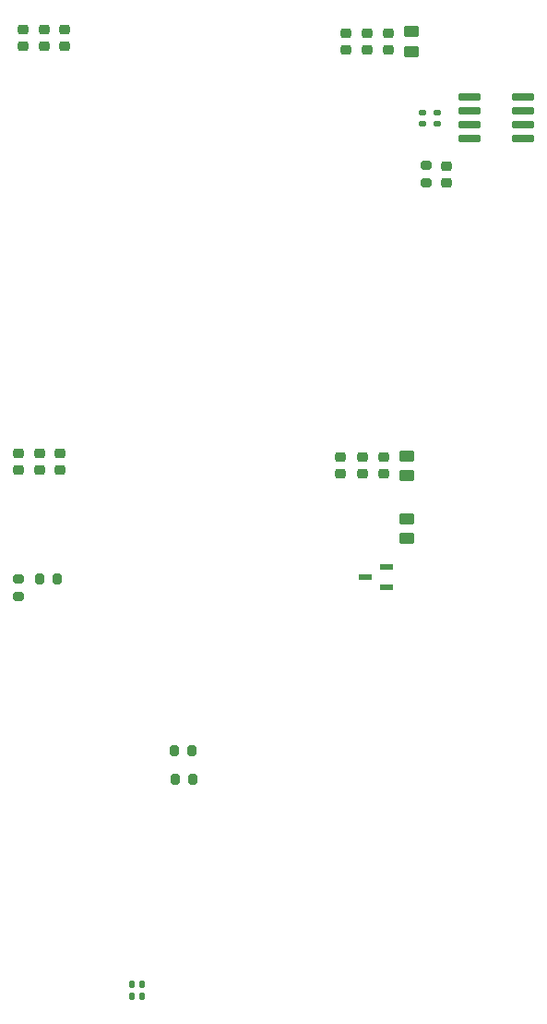
<source format=gbr>
%TF.GenerationSoftware,KiCad,Pcbnew,9.0.3*%
%TF.CreationDate,2025-09-16T11:45:41-04:00*%
%TF.ProjectId,5_COLD_TPC_Charge_Pre_Amp,355f434f-4c44-45f5-9450-435f43686172,rev?*%
%TF.SameCoordinates,Original*%
%TF.FileFunction,Paste,Bot*%
%TF.FilePolarity,Positive*%
%FSLAX46Y46*%
G04 Gerber Fmt 4.6, Leading zero omitted, Abs format (unit mm)*
G04 Created by KiCad (PCBNEW 9.0.3) date 2025-09-16 11:45:41*
%MOMM*%
%LPD*%
G01*
G04 APERTURE LIST*
G04 Aperture macros list*
%AMRoundRect*
0 Rectangle with rounded corners*
0 $1 Rounding radius*
0 $2 $3 $4 $5 $6 $7 $8 $9 X,Y pos of 4 corners*
0 Add a 4 corners polygon primitive as box body*
4,1,4,$2,$3,$4,$5,$6,$7,$8,$9,$2,$3,0*
0 Add four circle primitives for the rounded corners*
1,1,$1+$1,$2,$3*
1,1,$1+$1,$4,$5*
1,1,$1+$1,$6,$7*
1,1,$1+$1,$8,$9*
0 Add four rect primitives between the rounded corners*
20,1,$1+$1,$2,$3,$4,$5,0*
20,1,$1+$1,$4,$5,$6,$7,0*
20,1,$1+$1,$6,$7,$8,$9,0*
20,1,$1+$1,$8,$9,$2,$3,0*%
G04 Aperture macros list end*
%ADD10RoundRect,0.140000X-0.140000X-0.170000X0.140000X-0.170000X0.140000X0.170000X-0.140000X0.170000X0*%
%ADD11RoundRect,0.200000X0.200000X0.275000X-0.200000X0.275000X-0.200000X-0.275000X0.200000X-0.275000X0*%
%ADD12RoundRect,0.140000X0.170000X-0.140000X0.170000X0.140000X-0.170000X0.140000X-0.170000X-0.140000X0*%
%ADD13RoundRect,0.250000X-0.450000X0.262500X-0.450000X-0.262500X0.450000X-0.262500X0.450000X0.262500X0*%
%ADD14RoundRect,0.225000X0.250000X-0.225000X0.250000X0.225000X-0.250000X0.225000X-0.250000X-0.225000X0*%
%ADD15RoundRect,0.073750X0.556250X0.221250X-0.556250X0.221250X-0.556250X-0.221250X0.556250X-0.221250X0*%
%ADD16RoundRect,0.200000X-0.275000X0.200000X-0.275000X-0.200000X0.275000X-0.200000X0.275000X0.200000X0*%
%ADD17RoundRect,0.075000X0.910000X0.225000X-0.910000X0.225000X-0.910000X-0.225000X0.910000X-0.225000X0*%
%ADD18RoundRect,0.250000X0.450000X-0.262500X0.450000X0.262500X-0.450000X0.262500X-0.450000X-0.262500X0*%
%ADD19RoundRect,0.225000X-0.250000X0.225000X-0.250000X-0.225000X0.250000X-0.225000X0.250000X0.225000X0*%
%ADD20RoundRect,0.200000X-0.200000X-0.275000X0.200000X-0.275000X0.200000X0.275000X-0.200000X0.275000X0*%
G04 APERTURE END LIST*
D10*
%TO.C,C36*%
X275300000Y-157940000D03*
X276260000Y-157940000D03*
%TD*%
D11*
%TO.C,R19*%
X280815000Y-135460000D03*
X279165000Y-135460000D03*
%TD*%
D12*
%TO.C,C29*%
X301965000Y-77905000D03*
X301965000Y-76945000D03*
%TD*%
D13*
%TO.C,R3*%
X300560000Y-114137500D03*
X300560000Y-115962500D03*
%TD*%
D14*
%TO.C,C7*%
X269125000Y-70840000D03*
X269125000Y-69290000D03*
%TD*%
D15*
%TO.C,D1*%
X298660000Y-118580000D03*
X298660000Y-120480000D03*
X296700000Y-119530000D03*
%TD*%
D14*
%TO.C,C21*%
X294455000Y-110035000D03*
X294455000Y-108485000D03*
%TD*%
%TO.C,C22*%
X296425000Y-110035000D03*
X296425000Y-108485000D03*
%TD*%
%TO.C,C19*%
X266805000Y-109725000D03*
X266805000Y-108175000D03*
%TD*%
D16*
%TO.C,R18*%
X302270000Y-81745000D03*
X302270000Y-83395000D03*
%TD*%
%TO.C,R10*%
X264860000Y-119635000D03*
X264860000Y-121285000D03*
%TD*%
D17*
%TO.C,U6*%
X311235000Y-75505000D03*
X311235000Y-76775000D03*
X311235000Y-78045000D03*
X311235000Y-79315000D03*
X306295000Y-79315000D03*
X306295000Y-78045000D03*
X306295000Y-76775000D03*
X306295000Y-75505000D03*
%TD*%
D18*
%TO.C,R15*%
X300515000Y-110212500D03*
X300515000Y-108387500D03*
%TD*%
D14*
%TO.C,C6*%
X267275000Y-70840000D03*
X267275000Y-69290000D03*
%TD*%
%TO.C,C9*%
X296895000Y-71150000D03*
X296895000Y-69600000D03*
%TD*%
%TO.C,C8*%
X294925000Y-71150000D03*
X294925000Y-69600000D03*
%TD*%
%TO.C,C10*%
X298865000Y-71150000D03*
X298865000Y-69600000D03*
%TD*%
D19*
%TO.C,C32*%
X304125000Y-81840000D03*
X304125000Y-83390000D03*
%TD*%
D18*
%TO.C,R5*%
X300985000Y-71327500D03*
X300985000Y-69502500D03*
%TD*%
D14*
%TO.C,C20*%
X268655000Y-109725000D03*
X268655000Y-108175000D03*
%TD*%
D20*
%TO.C,R12*%
X266825000Y-119640000D03*
X268475000Y-119640000D03*
%TD*%
D12*
%TO.C,C28*%
X303305000Y-77905000D03*
X303305000Y-76945000D03*
%TD*%
D14*
%TO.C,C5*%
X265335000Y-70840000D03*
X265335000Y-69290000D03*
%TD*%
%TO.C,C23*%
X298395000Y-110035000D03*
X298395000Y-108485000D03*
%TD*%
D11*
%TO.C,R35*%
X280895000Y-138060000D03*
X279245000Y-138060000D03*
%TD*%
D10*
%TO.C,C37*%
X275300000Y-156810000D03*
X276260000Y-156810000D03*
%TD*%
D14*
%TO.C,C18*%
X264865000Y-109725000D03*
X264865000Y-108175000D03*
%TD*%
M02*

</source>
